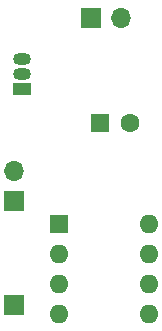
<source format=gbr>
%TF.GenerationSoftware,KiCad,Pcbnew,(5.1.7)-1*%
%TF.CreationDate,2021-09-28T11:43:39+01:00*%
%TF.ProjectId,vDrive-Sound-Board,76447269-7665-42d5-936f-756e642d426f,rev?*%
%TF.SameCoordinates,Original*%
%TF.FileFunction,Soldermask,Top*%
%TF.FilePolarity,Negative*%
%FSLAX46Y46*%
G04 Gerber Fmt 4.6, Leading zero omitted, Abs format (unit mm)*
G04 Created by KiCad (PCBNEW (5.1.7)-1) date 2021-09-28 11:43:39*
%MOMM*%
%LPD*%
G01*
G04 APERTURE LIST*
%ADD10O,1.600000X1.600000*%
%ADD11R,1.600000X1.600000*%
%ADD12R,1.500000X1.050000*%
%ADD13O,1.500000X1.050000*%
%ADD14R,1.700000X1.700000*%
%ADD15O,1.700000X1.700000*%
%ADD16C,1.600000*%
G04 APERTURE END LIST*
D10*
%TO.C,U1*%
X123920000Y-61600000D03*
X116300000Y-69220000D03*
X123920000Y-64140000D03*
X116300000Y-66680000D03*
X123920000Y-66680000D03*
X116300000Y-64140000D03*
X123920000Y-69220000D03*
D11*
X116300000Y-61600000D03*
%TD*%
D12*
%TO.C,Q1*%
X113200000Y-50200000D03*
D13*
X113200000Y-47660000D03*
X113200000Y-48930000D03*
%TD*%
D14*
%TO.C,J3*%
X112500000Y-68500000D03*
%TD*%
D15*
%TO.C,J2*%
X121540000Y-44200000D03*
D14*
X119000000Y-44200000D03*
%TD*%
D15*
%TO.C,J1*%
X112500000Y-57160000D03*
D14*
X112500000Y-59700000D03*
%TD*%
D16*
%TO.C,C1*%
X122300000Y-53100000D03*
D11*
X119800000Y-53100000D03*
%TD*%
M02*

</source>
